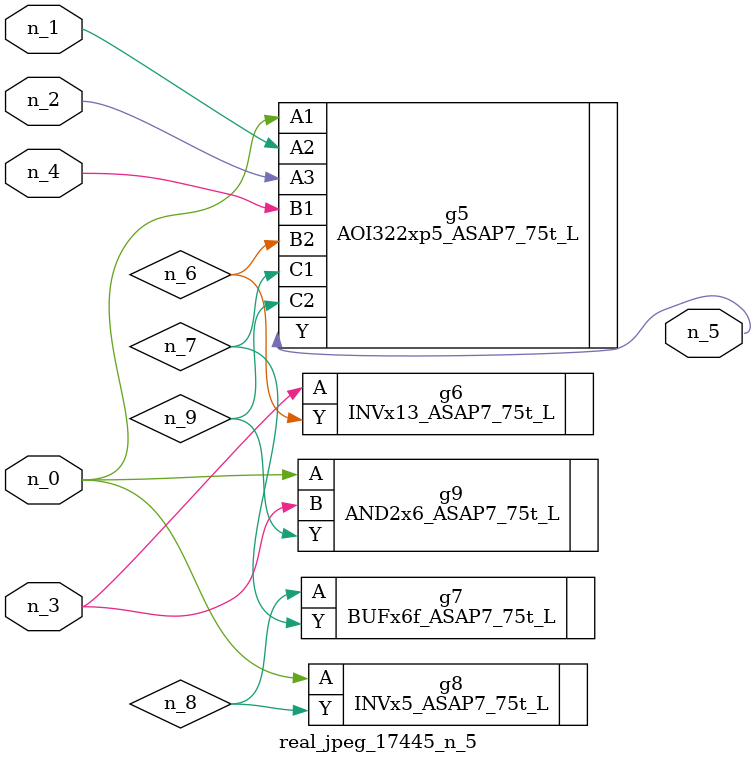
<source format=v>
module real_jpeg_17445_n_5 (n_4, n_0, n_1, n_2, n_3, n_5);

input n_4;
input n_0;
input n_1;
input n_2;
input n_3;

output n_5;

wire n_8;
wire n_6;
wire n_7;
wire n_9;

AOI322xp5_ASAP7_75t_L g5 ( 
.A1(n_0),
.A2(n_1),
.A3(n_2),
.B1(n_4),
.B2(n_6),
.C1(n_7),
.C2(n_9),
.Y(n_5)
);

INVx5_ASAP7_75t_L g8 ( 
.A(n_0),
.Y(n_8)
);

AND2x6_ASAP7_75t_L g9 ( 
.A(n_0),
.B(n_3),
.Y(n_9)
);

INVx13_ASAP7_75t_L g6 ( 
.A(n_3),
.Y(n_6)
);

BUFx6f_ASAP7_75t_L g7 ( 
.A(n_8),
.Y(n_7)
);


endmodule
</source>
